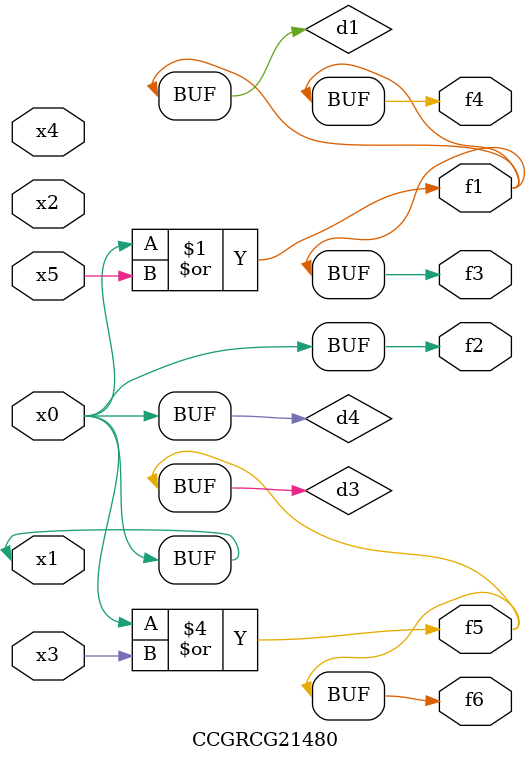
<source format=v>
module CCGRCG21480(
	input x0, x1, x2, x3, x4, x5,
	output f1, f2, f3, f4, f5, f6
);

	wire d1, d2, d3, d4;

	or (d1, x0, x5);
	xnor (d2, x1, x4);
	or (d3, x0, x3);
	buf (d4, x0, x1);
	assign f1 = d1;
	assign f2 = d4;
	assign f3 = d1;
	assign f4 = d1;
	assign f5 = d3;
	assign f6 = d3;
endmodule

</source>
